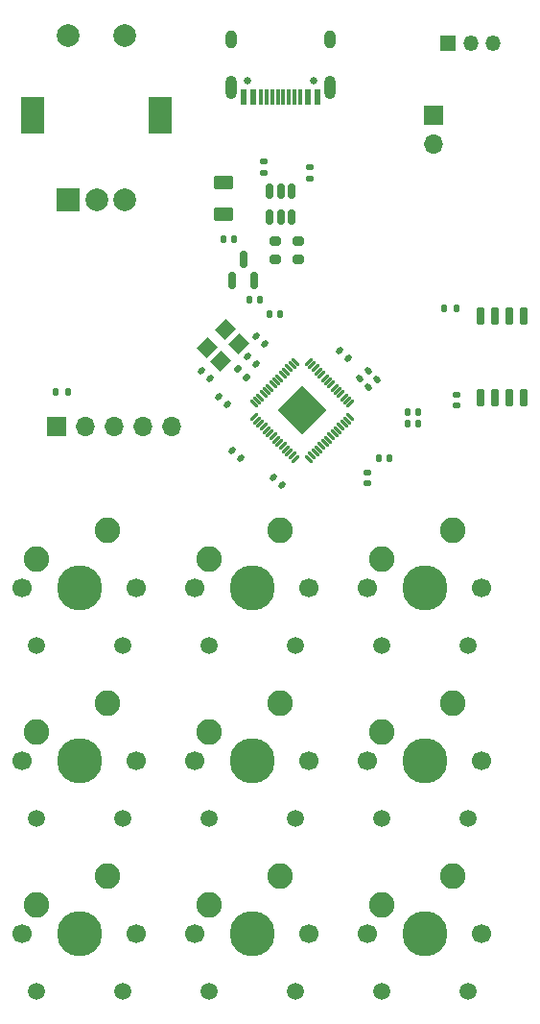
<source format=gbr>
%TF.GenerationSoftware,KiCad,Pcbnew,(6.0.5)*%
%TF.CreationDate,2022-06-10T22:56:39+05:30*%
%TF.ProjectId,mv2,6d76322e-6b69-4636-9164-5f7063625858,rev?*%
%TF.SameCoordinates,Original*%
%TF.FileFunction,Soldermask,Bot*%
%TF.FilePolarity,Negative*%
%FSLAX46Y46*%
G04 Gerber Fmt 4.6, Leading zero omitted, Abs format (unit mm)*
G04 Created by KiCad (PCBNEW (6.0.5)) date 2022-06-10 22:56:39*
%MOMM*%
%LPD*%
G01*
G04 APERTURE LIST*
G04 Aperture macros list*
%AMRoundRect*
0 Rectangle with rounded corners*
0 $1 Rounding radius*
0 $2 $3 $4 $5 $6 $7 $8 $9 X,Y pos of 4 corners*
0 Add a 4 corners polygon primitive as box body*
4,1,4,$2,$3,$4,$5,$6,$7,$8,$9,$2,$3,0*
0 Add four circle primitives for the rounded corners*
1,1,$1+$1,$2,$3*
1,1,$1+$1,$4,$5*
1,1,$1+$1,$6,$7*
1,1,$1+$1,$8,$9*
0 Add four rect primitives between the rounded corners*
20,1,$1+$1,$2,$3,$4,$5,0*
20,1,$1+$1,$4,$5,$6,$7,0*
20,1,$1+$1,$6,$7,$8,$9,0*
20,1,$1+$1,$8,$9,$2,$3,0*%
%AMRotRect*
0 Rectangle, with rotation*
0 The origin of the aperture is its center*
0 $1 length*
0 $2 width*
0 $3 Rotation angle, in degrees counterclockwise*
0 Add horizontal line*
21,1,$1,$2,0,0,$3*%
G04 Aperture macros list end*
%ADD10C,2.250000*%
%ADD11C,1.508000*%
%ADD12C,1.700000*%
%ADD13C,3.987800*%
%ADD14C,2.000000*%
%ADD15R,2.000000X3.200000*%
%ADD16R,2.000000X2.000000*%
%ADD17O,1.350000X1.350000*%
%ADD18R,1.350000X1.350000*%
%ADD19O,1.700000X1.700000*%
%ADD20R,1.700000X1.700000*%
%ADD21RoundRect,0.200000X-0.275000X0.200000X-0.275000X-0.200000X0.275000X-0.200000X0.275000X0.200000X0*%
%ADD22RoundRect,0.140000X-0.170000X0.140000X-0.170000X-0.140000X0.170000X-0.140000X0.170000X0.140000X0*%
%ADD23RoundRect,0.140000X-0.140000X-0.170000X0.140000X-0.170000X0.140000X0.170000X-0.140000X0.170000X0*%
%ADD24RoundRect,0.140000X0.219203X0.021213X0.021213X0.219203X-0.219203X-0.021213X-0.021213X-0.219203X0*%
%ADD25RoundRect,0.140000X0.021213X-0.219203X0.219203X-0.021213X-0.021213X0.219203X-0.219203X0.021213X0*%
%ADD26RoundRect,0.135000X0.135000X0.185000X-0.135000X0.185000X-0.135000X-0.185000X0.135000X-0.185000X0*%
%ADD27RoundRect,0.150000X0.150000X-0.512500X0.150000X0.512500X-0.150000X0.512500X-0.150000X-0.512500X0*%
%ADD28RoundRect,0.250000X-0.625000X0.375000X-0.625000X-0.375000X0.625000X-0.375000X0.625000X0.375000X0*%
%ADD29RoundRect,0.135000X-0.185000X0.135000X-0.185000X-0.135000X0.185000X-0.135000X0.185000X0.135000X0*%
%ADD30RoundRect,0.140000X-0.219203X-0.021213X-0.021213X-0.219203X0.219203X0.021213X0.021213X0.219203X0*%
%ADD31RoundRect,0.135000X-0.226274X-0.035355X-0.035355X-0.226274X0.226274X0.035355X0.035355X0.226274X0*%
%ADD32RoundRect,0.140000X0.140000X0.170000X-0.140000X0.170000X-0.140000X-0.170000X0.140000X-0.170000X0*%
%ADD33RoundRect,0.135000X-0.135000X-0.185000X0.135000X-0.185000X0.135000X0.185000X-0.135000X0.185000X0*%
%ADD34RoundRect,0.140000X0.170000X-0.140000X0.170000X0.140000X-0.170000X0.140000X-0.170000X-0.140000X0*%
%ADD35RoundRect,0.150000X0.150000X-0.587500X0.150000X0.587500X-0.150000X0.587500X-0.150000X-0.587500X0*%
%ADD36RoundRect,0.150000X-0.150000X0.650000X-0.150000X-0.650000X0.150000X-0.650000X0.150000X0.650000X0*%
%ADD37RotRect,3.100000X3.100000X45.000000*%
%ADD38RoundRect,0.020000X0.226274X-0.339411X0.339411X-0.226274X-0.226274X0.339411X-0.339411X0.226274X0*%
%ADD39RoundRect,0.006000X-0.226274X-0.359210X0.359210X0.226274X0.226274X0.359210X-0.359210X-0.226274X0*%
%ADD40O,1.000000X2.100000*%
%ADD41O,1.000000X1.600000*%
%ADD42R,0.600000X1.450000*%
%ADD43R,0.300000X1.450000*%
%ADD44C,0.650000*%
%ADD45RotRect,1.400000X1.200000X45.000000*%
G04 APERTURE END LIST*
D10*
%TO.C,U11*%
X143764000Y-89154000D03*
X150084000Y-86614000D03*
D11*
X151384000Y-96774000D03*
X143764000Y-96774000D03*
D12*
X142574000Y-91694000D03*
X152574000Y-91694000D03*
D13*
X147574000Y-91694000D03*
%TD*%
D10*
%TO.C,U9*%
X143764000Y-104394000D03*
X150084000Y-101854000D03*
D11*
X151384000Y-112014000D03*
X143764000Y-112014000D03*
D13*
X147574000Y-106934000D03*
D12*
X152574000Y-106934000D03*
X142574000Y-106934000D03*
%TD*%
D10*
%TO.C,U12*%
X159004000Y-119634000D03*
X165324000Y-117094000D03*
D11*
X166624000Y-127254000D03*
X159004000Y-127254000D03*
D12*
X157814000Y-122174000D03*
D13*
X162814000Y-122174000D03*
D12*
X167814000Y-122174000D03*
%TD*%
D10*
%TO.C,U10*%
X159004000Y-89154000D03*
X165324000Y-86614000D03*
D11*
X166624000Y-96774000D03*
X159004000Y-96774000D03*
D12*
X157814000Y-91694000D03*
X167814000Y-91694000D03*
D13*
X162814000Y-91694000D03*
%TD*%
D10*
%TO.C,U3*%
X128524000Y-119634000D03*
X134844000Y-117094000D03*
D11*
X136144000Y-127254000D03*
X128524000Y-127254000D03*
D12*
X137334000Y-122174000D03*
D13*
X132334000Y-122174000D03*
D12*
X127334000Y-122174000D03*
%TD*%
D10*
%TO.C,U6*%
X159004000Y-104394000D03*
X165324000Y-101854000D03*
D11*
X166624000Y-112014000D03*
X159004000Y-112014000D03*
D12*
X167814000Y-106934000D03*
X157814000Y-106934000D03*
D13*
X162814000Y-106934000D03*
%TD*%
D10*
%TO.C,U2*%
X143764000Y-119634000D03*
X150084000Y-117094000D03*
D11*
X151384000Y-127254000D03*
X143764000Y-127254000D03*
D12*
X152574000Y-122174000D03*
D13*
X147574000Y-122174000D03*
D12*
X142574000Y-122174000D03*
%TD*%
D10*
%TO.C,U8*%
X128524000Y-104394000D03*
X134844000Y-101854000D03*
D11*
X136144000Y-112014000D03*
X128524000Y-112014000D03*
D12*
X137334000Y-106934000D03*
X127334000Y-106934000D03*
D13*
X132334000Y-106934000D03*
%TD*%
D14*
%TO.C,S1*%
X131358000Y-43042000D03*
X136358000Y-43042000D03*
D15*
X128258000Y-50042000D03*
X139458000Y-50042000D03*
D14*
X133858000Y-57542000D03*
X136358000Y-57542000D03*
D16*
X131358000Y-57542000D03*
%TD*%
D10*
%TO.C,U13*%
X128524000Y-89154000D03*
X134844000Y-86614000D03*
D11*
X136144000Y-96774000D03*
X128524000Y-96774000D03*
D13*
X132334000Y-91694000D03*
D12*
X127334000Y-91694000D03*
X137334000Y-91694000D03*
%TD*%
D17*
%TO.C,J2*%
X168878000Y-43688000D03*
X166878000Y-43688000D03*
D18*
X164878000Y-43688000D03*
%TD*%
D19*
%TO.C,J1*%
X140462000Y-77470000D03*
X137922000Y-77470000D03*
X135382000Y-77470000D03*
X132842000Y-77470000D03*
D20*
X130302000Y-77470000D03*
%TD*%
D19*
%TO.C,SW1*%
X163628000Y-52614000D03*
D20*
X163628000Y-50074000D03*
%TD*%
D21*
%TO.C,R4*%
X149606000Y-61151000D03*
X149606000Y-62801000D03*
%TD*%
D22*
%TO.C,C6*%
X157734000Y-81562000D03*
X157734000Y-82522000D03*
%TD*%
D23*
%TO.C,C4*%
X161318000Y-77216000D03*
X162278000Y-77216000D03*
%TD*%
D24*
%TO.C,C18*%
X150199411Y-82635411D03*
X149520589Y-81956589D03*
%TD*%
D25*
%TO.C,C17*%
X157140589Y-73237411D03*
X157819411Y-72558589D03*
%TD*%
D23*
%TO.C,C3*%
X145062000Y-60960000D03*
X146022000Y-60960000D03*
%TD*%
D26*
%TO.C,R1*%
X131320000Y-74422000D03*
X130300000Y-74422000D03*
%TD*%
D27*
%TO.C,U15*%
X151064000Y-59049500D03*
X150114000Y-59049500D03*
X149164000Y-59049500D03*
X149164000Y-56774500D03*
X150114000Y-56774500D03*
X151064000Y-56774500D03*
%TD*%
D24*
%TO.C,C15*%
X146558000Y-80264000D03*
X145879178Y-79585178D03*
%TD*%
%TO.C,C7*%
X147996589Y-69510589D03*
X148675411Y-70189411D03*
%TD*%
D28*
%TO.C,F1*%
X145034000Y-56004000D03*
X145034000Y-58804000D03*
%TD*%
D29*
%TO.C,R8*%
X148590000Y-54100000D03*
X148590000Y-55120000D03*
%TD*%
D24*
%TO.C,C8*%
X145373411Y-75523411D03*
X144694589Y-74844589D03*
%TD*%
D30*
%TO.C,C14*%
X155362589Y-70780589D03*
X156041411Y-71459411D03*
%TD*%
D31*
%TO.C,R6*%
X146344752Y-72430752D03*
X147066000Y-73152000D03*
%TD*%
D32*
%TO.C,C5*%
X148308000Y-66294000D03*
X147348000Y-66294000D03*
%TD*%
D33*
%TO.C,R7*%
X164590000Y-67056000D03*
X165610000Y-67056000D03*
%TD*%
D21*
%TO.C,R5*%
X151638000Y-61151000D03*
X151638000Y-62801000D03*
%TD*%
D29*
%TO.C,R9*%
X152654000Y-54608000D03*
X152654000Y-55628000D03*
%TD*%
D34*
%TO.C,C19*%
X165608000Y-74704000D03*
X165608000Y-75664000D03*
%TD*%
D24*
%TO.C,C13*%
X147913411Y-71967411D03*
X147234589Y-71288589D03*
%TD*%
D35*
%TO.C,U14*%
X147762000Y-64613000D03*
X145862000Y-64613000D03*
X146812000Y-62738000D03*
%TD*%
D36*
%TO.C,U16*%
X167767000Y-67774000D03*
X169037000Y-67774000D03*
X170307000Y-67774000D03*
X171577000Y-67774000D03*
X171577000Y-74974000D03*
X170307000Y-74974000D03*
X169037000Y-74974000D03*
X167767000Y-74974000D03*
%TD*%
D37*
%TO.C,U5*%
X152019000Y-76073000D03*
D38*
X152609434Y-80340389D03*
X152892277Y-80057547D03*
X153175120Y-79774704D03*
X153457962Y-79491861D03*
X153740805Y-79209019D03*
X154023648Y-78926176D03*
X154306490Y-78643333D03*
X154589333Y-78360490D03*
X154872176Y-78077648D03*
X155155019Y-77794805D03*
X155437861Y-77511962D03*
X155720704Y-77229120D03*
X156003547Y-76946277D03*
X156286389Y-76663434D03*
D39*
X156286389Y-75482566D03*
X156003547Y-75199723D03*
X155720704Y-74916880D03*
X155437861Y-74634038D03*
X155155019Y-74351195D03*
X154872176Y-74068352D03*
X154589333Y-73785510D03*
X154306490Y-73502667D03*
X154023648Y-73219824D03*
X153740805Y-72936981D03*
X153457962Y-72654139D03*
X153175120Y-72371296D03*
X152892277Y-72088453D03*
X152609434Y-71805611D03*
D38*
X151428566Y-71805611D03*
X151145723Y-72088453D03*
X150862880Y-72371296D03*
X150580038Y-72654139D03*
X150297195Y-72936981D03*
X150014352Y-73219824D03*
X149731510Y-73502667D03*
X149448667Y-73785510D03*
X149165824Y-74068352D03*
X148882981Y-74351195D03*
X148600139Y-74634038D03*
X148317296Y-74916880D03*
X148034453Y-75199723D03*
X147751611Y-75482566D03*
D39*
X147751611Y-76663434D03*
X148034453Y-76946277D03*
X148317296Y-77229120D03*
X148600139Y-77511962D03*
X148882981Y-77794805D03*
X149165824Y-78077648D03*
X149448667Y-78360490D03*
X149731510Y-78643333D03*
X150014352Y-78926176D03*
X150297195Y-79209019D03*
X150580038Y-79491861D03*
X150862880Y-79774704D03*
X151145723Y-80057547D03*
X151428566Y-80340389D03*
%TD*%
D23*
%TO.C,C11*%
X161318000Y-76200000D03*
X162278000Y-76200000D03*
%TD*%
D40*
%TO.C,J3*%
X154434000Y-47580000D03*
D41*
X154434000Y-43400000D03*
X145794000Y-43400000D03*
D40*
X145794000Y-47580000D03*
D42*
X146864000Y-48495000D03*
X147664000Y-48495000D03*
D43*
X148364000Y-48495000D03*
X149364000Y-48495000D03*
X150864000Y-48495000D03*
X151864000Y-48495000D03*
D42*
X152564000Y-48495000D03*
X153364000Y-48495000D03*
X153364000Y-48495000D03*
X152564000Y-48495000D03*
D43*
X151364000Y-48495000D03*
X150364000Y-48495000D03*
X149864000Y-48495000D03*
X148864000Y-48495000D03*
D42*
X147664000Y-48495000D03*
X146864000Y-48495000D03*
D44*
X147224000Y-47050000D03*
X153004000Y-47050000D03*
%TD*%
D24*
%TO.C,Ce*%
X143849411Y-73237411D03*
X143170589Y-72558589D03*
%TD*%
D45*
%TO.C,Y1*%
X143655142Y-70534777D03*
X145210777Y-68979142D03*
X146412858Y-70181223D03*
X144857223Y-71736858D03*
%TD*%
D25*
%TO.C,C12*%
X157902589Y-73999411D03*
X158581411Y-73320589D03*
%TD*%
D23*
%TO.C,C16*%
X158778000Y-80264000D03*
X159738000Y-80264000D03*
%TD*%
%TO.C,C10*%
X149126000Y-67564000D03*
X150086000Y-67564000D03*
%TD*%
M02*

</source>
